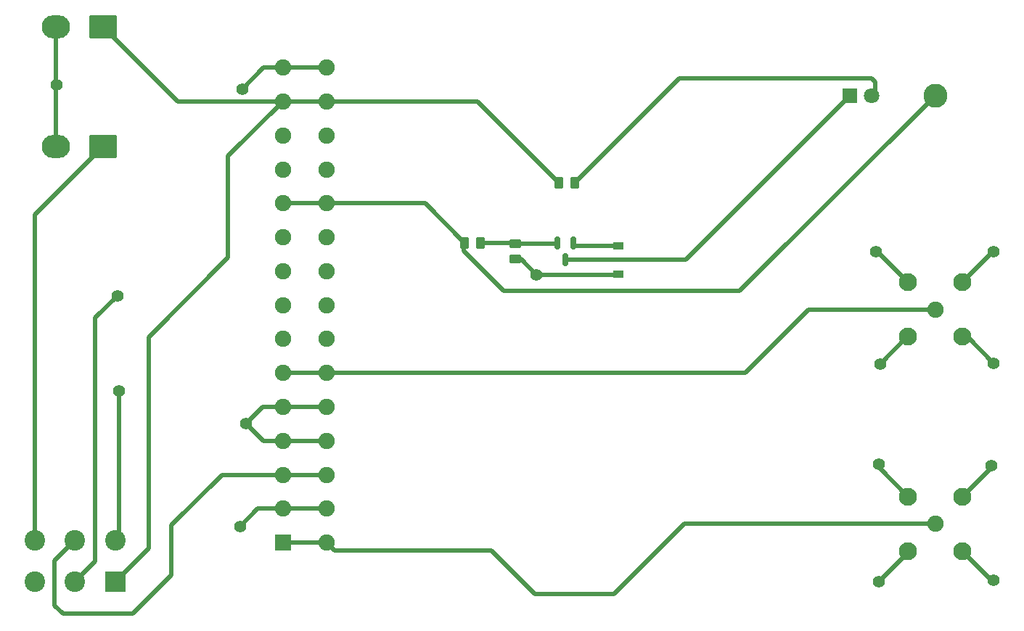
<source format=gbr>
G04 #@! TF.GenerationSoftware,KiCad,Pcbnew,6.0.5*
G04 #@! TF.CreationDate,2023-01-12T08:10:44-08:00*
G04 #@! TF.ProjectId,hp_10811a_test_fixture,68705f31-3038-4313-9161-5f746573745f,rev?*
G04 #@! TF.SameCoordinates,Original*
G04 #@! TF.FileFunction,Copper,L2,Bot*
G04 #@! TF.FilePolarity,Positive*
%FSLAX46Y46*%
G04 Gerber Fmt 4.6, Leading zero omitted, Abs format (unit mm)*
G04 Created by KiCad (PCBNEW 6.0.5) date 2023-01-12 08:10:44*
%MOMM*%
%LPD*%
G01*
G04 APERTURE LIST*
G04 Aperture macros list*
%AMRoundRect*
0 Rectangle with rounded corners*
0 $1 Rounding radius*
0 $2 $3 $4 $5 $6 $7 $8 $9 X,Y pos of 4 corners*
0 Add a 4 corners polygon primitive as box body*
4,1,4,$2,$3,$4,$5,$6,$7,$8,$9,$2,$3,0*
0 Add four circle primitives for the rounded corners*
1,1,$1+$1,$2,$3*
1,1,$1+$1,$4,$5*
1,1,$1+$1,$6,$7*
1,1,$1+$1,$8,$9*
0 Add four rect primitives between the rounded corners*
20,1,$1+$1,$2,$3,$4,$5,0*
20,1,$1+$1,$4,$5,$6,$7,0*
20,1,$1+$1,$6,$7,$8,$9,0*
20,1,$1+$1,$8,$9,$2,$3,0*%
G04 Aperture macros list end*
G04 #@! TA.AperFunction,ComponentPad*
%ADD10C,1.400000*%
G04 #@! TD*
G04 #@! TA.AperFunction,ComponentPad*
%ADD11C,2.800000*%
G04 #@! TD*
G04 #@! TA.AperFunction,ComponentPad*
%ADD12R,1.800000X1.800000*%
G04 #@! TD*
G04 #@! TA.AperFunction,ComponentPad*
%ADD13C,1.800000*%
G04 #@! TD*
G04 #@! TA.AperFunction,ComponentPad*
%ADD14R,2.400000X2.400000*%
G04 #@! TD*
G04 #@! TA.AperFunction,ComponentPad*
%ADD15C,2.400000*%
G04 #@! TD*
G04 #@! TA.AperFunction,ComponentPad*
%ADD16RoundRect,0.250001X-1.399999X1.099999X-1.399999X-1.099999X1.399999X-1.099999X1.399999X1.099999X0*%
G04 #@! TD*
G04 #@! TA.AperFunction,ComponentPad*
%ADD17O,3.300000X2.700000*%
G04 #@! TD*
G04 #@! TA.AperFunction,ComponentPad*
%ADD18C,1.900000*%
G04 #@! TD*
G04 #@! TA.AperFunction,ComponentPad*
%ADD19C,2.100000*%
G04 #@! TD*
G04 #@! TA.AperFunction,ComponentPad*
%ADD20R,1.900000X1.900000*%
G04 #@! TD*
G04 #@! TA.AperFunction,SMDPad,CuDef*
%ADD21RoundRect,0.250000X-0.262500X-0.450000X0.262500X-0.450000X0.262500X0.450000X-0.262500X0.450000X0*%
G04 #@! TD*
G04 #@! TA.AperFunction,SMDPad,CuDef*
%ADD22RoundRect,0.250000X0.450000X-0.262500X0.450000X0.262500X-0.450000X0.262500X-0.450000X-0.262500X0*%
G04 #@! TD*
G04 #@! TA.AperFunction,SMDPad,CuDef*
%ADD23R,1.200000X0.900000*%
G04 #@! TD*
G04 #@! TA.AperFunction,SMDPad,CuDef*
%ADD24RoundRect,0.250000X0.262500X0.450000X-0.262500X0.450000X-0.262500X-0.450000X0.262500X-0.450000X0*%
G04 #@! TD*
G04 #@! TA.AperFunction,SMDPad,CuDef*
%ADD25RoundRect,0.150000X-0.150000X0.587500X-0.150000X-0.587500X0.150000X-0.587500X0.150000X0.587500X0*%
G04 #@! TD*
G04 #@! TA.AperFunction,Conductor*
%ADD26C,0.500000*%
G04 #@! TD*
G04 APERTURE END LIST*
D10*
G04 #@! TO.P,REF\u002A\u002A,1*
G04 #@! TO.N,GND*
X96930000Y-73320000D03*
G04 #@! TD*
D11*
G04 #@! TO.P,TP1,1,1*
G04 #@! TO.N,/MONITOR*
X177800000Y-74060000D03*
G04 #@! TD*
D10*
G04 #@! TO.P,REF\u002A\u002A,1*
G04 #@! TO.N,Net-(C2-Pad1)*
X82600000Y-108550000D03*
G04 #@! TD*
G04 #@! TO.P,REF\u002A\u002A,1*
G04 #@! TO.N,GND*
X171390000Y-105390000D03*
X171390000Y-105390000D03*
G04 #@! TD*
D12*
G04 #@! TO.P,D1,1,K*
G04 #@! TO.N,Net-(D1-Pad1)*
X167800000Y-74060000D03*
D13*
G04 #@! TO.P,D1,2,A*
G04 #@! TO.N,Net-(D1-Pad2)*
X170340000Y-74060000D03*
G04 #@! TD*
D10*
G04 #@! TO.P,REF\u002A\u002A,1*
G04 #@! TO.N,GND*
X171240000Y-130820000D03*
X171240000Y-130820000D03*
G04 #@! TD*
D14*
G04 #@! TO.P,SW1,1,A*
G04 #@! TO.N,/OVEN*
X82127500Y-130810000D03*
D15*
G04 #@! TO.P,SW1,2,B*
G04 #@! TO.N,Net-(C1-Pad1)*
X77427500Y-130810000D03*
G04 #@! TO.P,SW1,3,C*
G04 #@! TO.N,unconnected-(SW1-Pad3)*
X72727500Y-130810000D03*
G04 #@! TO.P,SW1,4,A*
G04 #@! TO.N,Net-(C2-Pad1)*
X82127500Y-126010000D03*
G04 #@! TO.P,SW1,5,B*
G04 #@! TO.N,/OSC*
X77427500Y-126010000D03*
G04 #@! TO.P,SW1,6,C*
G04 #@! TO.N,/OSC EXT*
X72727500Y-126010000D03*
G04 #@! TD*
D10*
G04 #@! TO.P,REF\u002A\u002A,1*
G04 #@! TO.N,GND*
X170860000Y-92270000D03*
X170860000Y-92270000D03*
G04 #@! TD*
D16*
G04 #@! TO.P,J4,1,Pin_1*
G04 #@! TO.N,/OVEN*
X80720000Y-66040000D03*
D17*
G04 #@! TO.P,J4,2,Pin_2*
G04 #@! TO.N,GND*
X75220000Y-66040000D03*
G04 #@! TD*
D10*
G04 #@! TO.P,REF\u002A\u002A,1*
G04 #@! TO.N,GND*
X171196000Y-117097612D03*
X171196000Y-117097612D03*
G04 #@! TD*
G04 #@! TO.P,REF\u002A\u002A,1*
G04 #@! TO.N,GND*
X131260000Y-94980000D03*
G04 #@! TD*
G04 #@! TO.P,REF\u002A\u002A,1*
G04 #@! TO.N,GND*
X96710000Y-124360000D03*
G04 #@! TD*
D18*
G04 #@! TO.P,J2,1,In*
G04 #@! TO.N,/EFC*
X177800000Y-99060000D03*
D19*
G04 #@! TO.P,J2,2,Ext*
G04 #@! TO.N,GND*
X174625000Y-102235000D03*
X180975000Y-102235000D03*
X180975000Y-95885000D03*
X174625000Y-95885000D03*
G04 #@! TD*
D10*
G04 #@! TO.P,REF\u002A\u002A,1*
G04 #@! TO.N,GND*
X75250000Y-72850000D03*
G04 #@! TD*
G04 #@! TO.P,REF\u002A\u002A,1*
G04 #@! TO.N,GND*
X184620000Y-130620000D03*
X184620000Y-130620000D03*
G04 #@! TD*
D18*
G04 #@! TO.P,J3,1,In*
G04 #@! TO.N,/10 MHz OUT*
X177800000Y-124060000D03*
D19*
G04 #@! TO.P,J3,2,Ext*
G04 #@! TO.N,GND*
X180975000Y-120885000D03*
X180975000Y-127235000D03*
X174625000Y-127235000D03*
X174625000Y-120885000D03*
G04 #@! TD*
D10*
G04 #@! TO.P,REF\u002A\u002A,1*
G04 #@! TO.N,GND*
X184620000Y-92340000D03*
X184620000Y-92340000D03*
G04 #@! TD*
G04 #@! TO.P,REF\u002A\u002A,1*
G04 #@! TO.N,GND*
X184360000Y-117240000D03*
X184360000Y-117240000D03*
G04 #@! TD*
G04 #@! TO.P,REF\u002A\u002A,1*
G04 #@! TO.N,GND*
X184620000Y-105350000D03*
X184620000Y-105350000D03*
G04 #@! TD*
G04 #@! TO.P,REF\u002A\u002A,1*
G04 #@! TO.N,GND*
X97380000Y-112380000D03*
G04 #@! TD*
D16*
G04 #@! TO.P,J5,1,Pin_1*
G04 #@! TO.N,/OSC EXT*
X80720000Y-80010000D03*
D17*
G04 #@! TO.P,J5,2,Pin_2*
G04 #@! TO.N,GND*
X75220000Y-80010000D03*
G04 #@! TD*
D10*
G04 #@! TO.P,REF\u002A\u002A,1*
G04 #@! TO.N,Net-(C1-Pad1)*
X82410000Y-97450000D03*
G04 #@! TD*
D20*
G04 #@! TO.P,J1,1,Pin_1*
G04 #@! TO.N,/10 MHz OUT*
X101660000Y-126260000D03*
D18*
G04 #@! TO.P,J1,2,Pin_2*
G04 #@! TO.N,GND*
X101660000Y-122300000D03*
G04 #@! TO.P,J1,3,Pin_3*
G04 #@! TO.N,/OSC*
X101660000Y-118340000D03*
G04 #@! TO.P,J1,4,Pin_4*
G04 #@! TO.N,GND*
X101660000Y-114380000D03*
G04 #@! TO.P,J1,5,Pin_5*
X101660000Y-110420000D03*
G04 #@! TO.P,J1,6,Pin_6*
G04 #@! TO.N,/EFC*
X101660000Y-106460000D03*
G04 #@! TO.P,J1,7,Pin_7*
G04 #@! TO.N,unconnected-(J1-Pad7)*
X101660000Y-102500000D03*
G04 #@! TO.P,J1,8,Pin_8*
G04 #@! TO.N,unconnected-(J1-Pad8)*
X101660000Y-98540000D03*
G04 #@! TO.P,J1,9,Pin_9*
G04 #@! TO.N,unconnected-(J1-Pad9)*
X101660000Y-94580000D03*
G04 #@! TO.P,J1,10,Pin_10*
G04 #@! TO.N,unconnected-(J1-Pad10)*
X101660000Y-90620000D03*
G04 #@! TO.P,J1,11,Pin_11*
G04 #@! TO.N,/MONITOR*
X101660000Y-86660000D03*
G04 #@! TO.P,J1,12,Pin_12*
G04 #@! TO.N,unconnected-(J1-Pad12)*
X101660000Y-82700000D03*
G04 #@! TO.P,J1,13,Pin_13*
G04 #@! TO.N,unconnected-(J1-Pad13)*
X101660000Y-78740000D03*
G04 #@! TO.P,J1,14,Pin_14*
G04 #@! TO.N,/OVEN*
X101660000Y-74780000D03*
G04 #@! TO.P,J1,15,Pin_15*
G04 #@! TO.N,GND*
X101660000Y-70820000D03*
G04 #@! TO.P,J1,16,Pin_16*
X106740000Y-70820000D03*
G04 #@! TO.P,J1,17,Pin_17*
G04 #@! TO.N,/OVEN*
X106740000Y-74780000D03*
G04 #@! TO.P,J1,18,Pin_18*
G04 #@! TO.N,unconnected-(J1-Pad18)*
X106740000Y-78740000D03*
G04 #@! TO.P,J1,19,Pin_19*
G04 #@! TO.N,unconnected-(J1-Pad19)*
X106740000Y-82700000D03*
G04 #@! TO.P,J1,20,Pin_20*
G04 #@! TO.N,/MONITOR*
X106740000Y-86660000D03*
G04 #@! TO.P,J1,21,Pin_21*
G04 #@! TO.N,unconnected-(J1-Pad21)*
X106740000Y-90620000D03*
G04 #@! TO.P,J1,22,Pin_22*
G04 #@! TO.N,unconnected-(J1-Pad22)*
X106740000Y-94580000D03*
G04 #@! TO.P,J1,23,Pin_23*
G04 #@! TO.N,unconnected-(J1-Pad23)*
X106740000Y-98540000D03*
G04 #@! TO.P,J1,24,Pin_24*
G04 #@! TO.N,unconnected-(J1-Pad24)*
X106740000Y-102500000D03*
G04 #@! TO.P,J1,25,Pin_25*
G04 #@! TO.N,/EFC*
X106740000Y-106460000D03*
G04 #@! TO.P,J1,26,Pin_26*
G04 #@! TO.N,GND*
X106740000Y-110420000D03*
G04 #@! TO.P,J1,27,Pin_27*
X106740000Y-114380000D03*
G04 #@! TO.P,J1,28,Pin_28*
G04 #@! TO.N,/OSC*
X106740000Y-118340000D03*
G04 #@! TO.P,J1,29,Pin_29*
G04 #@! TO.N,GND*
X106740000Y-122300000D03*
G04 #@! TO.P,J1,30,Pin_30*
G04 #@! TO.N,/10 MHz OUT*
X106740000Y-126260000D03*
G04 #@! TD*
D21*
G04 #@! TO.P,R1,1*
G04 #@! TO.N,/MONITOR*
X122887500Y-91260000D03*
G04 #@! TO.P,R1,2*
G04 #@! TO.N,Net-(Q1-Pad1)*
X124712500Y-91260000D03*
G04 #@! TD*
D22*
G04 #@! TO.P,R2,1*
G04 #@! TO.N,GND*
X128800000Y-93172500D03*
G04 #@! TO.P,R2,2*
G04 #@! TO.N,Net-(Q1-Pad1)*
X128800000Y-91347500D03*
G04 #@! TD*
D23*
G04 #@! TO.P,D2,1,K*
G04 #@! TO.N,GND*
X140800000Y-94910000D03*
G04 #@! TO.P,D2,2,A*
G04 #@! TO.N,Net-(D2-Pad2)*
X140800000Y-91610000D03*
G04 #@! TD*
D24*
G04 #@! TO.P,R3,1*
G04 #@! TO.N,Net-(D1-Pad2)*
X135712500Y-84260000D03*
G04 #@! TO.P,R3,2*
G04 #@! TO.N,/OVEN*
X133887500Y-84260000D03*
G04 #@! TD*
D25*
G04 #@! TO.P,Q1,1,B*
G04 #@! TO.N,Net-(Q1-Pad1)*
X133670000Y-91322500D03*
G04 #@! TO.P,Q1,2,E*
G04 #@! TO.N,Net-(D2-Pad2)*
X135570000Y-91322500D03*
G04 #@! TO.P,Q1,3,C*
G04 #@! TO.N,Net-(D1-Pad1)*
X134620000Y-93197500D03*
G04 #@! TD*
D26*
G04 #@! TO.N,Net-(C1-Pad1)*
X82410000Y-97450000D02*
X79810000Y-100050000D01*
X79810000Y-128427500D02*
X77427500Y-130810000D01*
X79810000Y-100050000D02*
X79810000Y-128427500D01*
G04 #@! TO.N,GND*
X98770000Y-122300000D02*
X96710000Y-124360000D01*
X184360000Y-130620000D02*
X184620000Y-130620000D01*
X101660000Y-70820000D02*
X99430000Y-70820000D01*
X101660000Y-110420000D02*
X99340000Y-110420000D01*
X174625000Y-102235000D02*
X174545000Y-102235000D01*
X131260000Y-94980000D02*
X140730000Y-94980000D01*
X184520000Y-92340000D02*
X184620000Y-92340000D01*
X128800000Y-93172500D02*
X129452500Y-93172500D01*
X101660000Y-122300000D02*
X106740000Y-122300000D01*
X97380000Y-112380000D02*
X99380000Y-114380000D01*
X171196000Y-117456000D02*
X171196000Y-117097612D01*
X184360000Y-117500000D02*
X184360000Y-117240000D01*
X180975000Y-102235000D02*
X181505000Y-102235000D01*
X174625000Y-127435000D02*
X171240000Y-130820000D01*
X174625000Y-127235000D02*
X174625000Y-127435000D01*
X140730000Y-94980000D02*
X140800000Y-94910000D01*
X99430000Y-70820000D02*
X96930000Y-73320000D01*
X174625000Y-120885000D02*
X171196000Y-117456000D01*
X180975000Y-127235000D02*
X184360000Y-130620000D01*
X101660000Y-110420000D02*
X106740000Y-110420000D01*
X174625000Y-95885000D02*
X171010000Y-92270000D01*
X75220000Y-80010000D02*
X75220000Y-66040000D01*
X101660000Y-122300000D02*
X98770000Y-122300000D01*
X129452500Y-93172500D02*
X131260000Y-94980000D01*
X180975000Y-95885000D02*
X184520000Y-92340000D01*
X101660000Y-114380000D02*
X106740000Y-114380000D01*
X99340000Y-110420000D02*
X97380000Y-112380000D01*
X180975000Y-120885000D02*
X184360000Y-117500000D01*
X174545000Y-102235000D02*
X171390000Y-105390000D01*
X101660000Y-70820000D02*
X106740000Y-70820000D01*
X181505000Y-102235000D02*
X184620000Y-105350000D01*
X99380000Y-114380000D02*
X101660000Y-114380000D01*
X171010000Y-92270000D02*
X170860000Y-92270000D01*
G04 #@! TO.N,Net-(C2-Pad1)*
X82600000Y-125537500D02*
X82127500Y-126010000D01*
X82600000Y-108550000D02*
X82600000Y-125537500D01*
G04 #@! TO.N,Net-(D1-Pad1)*
X148662500Y-93197500D02*
X134620000Y-93197500D01*
X167800000Y-74060000D02*
X148662500Y-93197500D01*
G04 #@! TO.N,Net-(D1-Pad2)*
X147912500Y-72060000D02*
X135712500Y-84260000D01*
X170800000Y-72460000D02*
X170400000Y-72060000D01*
X170340000Y-74060000D02*
X170800000Y-73600000D01*
X170400000Y-72060000D02*
X147912500Y-72060000D01*
X170800000Y-73600000D02*
X170800000Y-72460000D01*
G04 #@! TO.N,Net-(D2-Pad2)*
X135570000Y-91322500D02*
X135857500Y-91610000D01*
X135857500Y-91610000D02*
X140800000Y-91610000D01*
G04 #@! TO.N,/10 MHz OUT*
X140330000Y-132280000D02*
X131090000Y-132280000D01*
X131090000Y-132280000D02*
X126019999Y-127209999D01*
X177800000Y-124060000D02*
X148550000Y-124060000D01*
X126019999Y-127209999D02*
X107689999Y-127209999D01*
X107689999Y-127209999D02*
X106740000Y-126260000D01*
X101660000Y-126260000D02*
X106740000Y-126260000D01*
X148550000Y-124060000D02*
X140330000Y-132280000D01*
G04 #@! TO.N,/OSC*
X84140000Y-134580000D02*
X88650000Y-130070000D01*
X101660000Y-118340000D02*
X106740000Y-118340000D01*
X88650000Y-124260000D02*
X94570000Y-118340000D01*
X75070000Y-128367500D02*
X75070000Y-133640000D01*
X88650000Y-130070000D02*
X88650000Y-124260000D01*
X75070000Y-133640000D02*
X76010000Y-134580000D01*
X77427500Y-126010000D02*
X75070000Y-128367500D01*
X76010000Y-134580000D02*
X84140000Y-134580000D01*
X94570000Y-118340000D02*
X101660000Y-118340000D01*
G04 #@! TO.N,/EFC*
X101660000Y-106460000D02*
X106740000Y-106460000D01*
X155640000Y-106460000D02*
X163040000Y-99060000D01*
X163040000Y-99060000D02*
X177800000Y-99060000D01*
X106740000Y-106460000D02*
X155640000Y-106460000D01*
G04 #@! TO.N,/MONITOR*
X122800000Y-91260000D02*
X122887500Y-91260000D01*
X122800000Y-92260000D02*
X122800000Y-91260000D01*
X154990000Y-96870000D02*
X127410000Y-96870000D01*
X101660000Y-86660000D02*
X106740000Y-86660000D01*
X106740000Y-86660000D02*
X118287500Y-86660000D01*
X177800000Y-74060000D02*
X154990000Y-96870000D01*
X118287500Y-86660000D02*
X122887500Y-91260000D01*
X127410000Y-96870000D02*
X122800000Y-92260000D01*
G04 #@! TO.N,/OVEN*
X95280000Y-92990000D02*
X95280000Y-81160000D01*
X95280000Y-81160000D02*
X101660000Y-74780000D01*
X124407500Y-74780000D02*
X133887500Y-84260000D01*
X82127500Y-130810000D02*
X86010000Y-126927500D01*
X86010000Y-102260000D02*
X95280000Y-92990000D01*
X101660000Y-74780000D02*
X89460000Y-74780000D01*
X106740000Y-74780000D02*
X124407500Y-74780000D01*
X86010000Y-126927500D02*
X86010000Y-102260000D01*
X101660000Y-74780000D02*
X106740000Y-74780000D01*
X89460000Y-74780000D02*
X80720000Y-66040000D01*
G04 #@! TO.N,/OSC EXT*
X72727500Y-88002500D02*
X80720000Y-80010000D01*
X72727500Y-126010000D02*
X72727500Y-88002500D01*
G04 #@! TO.N,Net-(Q1-Pad1)*
X128800000Y-91347500D02*
X133645000Y-91347500D01*
X133645000Y-91347500D02*
X133670000Y-91322500D01*
X128712500Y-91260000D02*
X128800000Y-91347500D01*
X124712500Y-91260000D02*
X128712500Y-91260000D01*
G04 #@! TD*
M02*

</source>
